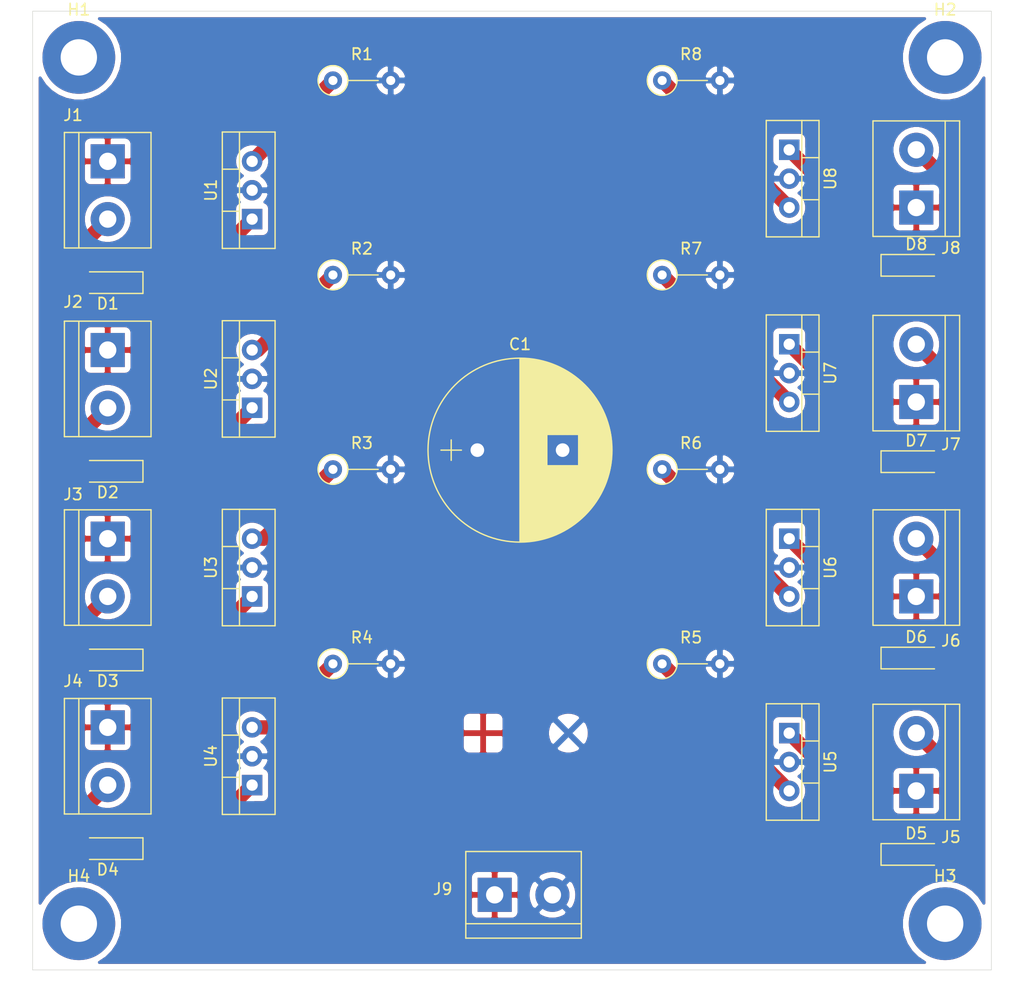
<source format=kicad_pcb>
(kicad_pcb (version 20171130) (host pcbnew "(5.1.7)-1")
  (layers (0 F.Cu signal) (31 B.Cu signal) (34 B.Paste user) (35 F.Paste user) (36 B.SilkS user) (37 F.SilkS user) (38 B.Mask user) (39 F.Mask user) (44 Edge.Cuts user))
  (net 0 "")
  (net 1 GND)
  (net 2 +48V)
  (net 3 /String1)
  (net 4 /String2)
  (net 5 /String3)
  (net 6 /String4)
  (net 7 /String5)
  (net 8 /String6)
  (net 9 /String7)
  (net 10 /String8)
  (net 11 "Net-(D1-Pad1)")
  (net 12 "Net-(D2-Pad1)")
  (net 13 "Net-(D3-Pad1)")
  (net 14 "Net-(D4-Pad1)")
  (net 15 "Net-(D5-Pad1)")
  (net 16 "Net-(D6-Pad1)")
  (net 17 "Net-(D7-Pad1)")
  (net 18 "Net-(D8-Pad1)")
  (net 19 "Net-(R1-Pad1)")
  (net 20 "Net-(R2-Pad1)")
  (net 21 "Net-(R3-Pad1)")
  (net 22 "Net-(R4-Pad1)")
  (net 23 "Net-(R5-Pad1)")
  (net 24 "Net-(R6-Pad1)")
  (net 25 "Net-(R7-Pad1)")
  (net 26 "Net-(R8-Pad1)")
  (module Mounting_Holes:MountingHole_3.2mm_M3_Pad (layer F.Cu) (at 76.2 76.2)
    (fp_text reference H1 (at 0 -4.2) (layer F.SilkS))
    (fp_text value MountingHole_Pad)
    (pad 1 thru_hole circle (at 0 0) (size 6.4 6.4) (drill 3.2) (layers *.Cu *.Mask))
  )
  (module Mounting_Holes:MountingHole_3.2mm_M3_Pad (layer F.Cu) (at 152.4 76.2)
    (fp_text reference H2 (at 0 -4.2) (layer F.SilkS))
    (fp_text value MountingHole_Pad)
    (pad 1 thru_hole circle (at 0 0) (size 6.4 6.4) (drill 3.2) (layers *.Cu *.Mask))
  )
  (module Mounting_Holes:MountingHole_3.2mm_M3_Pad (layer F.Cu) (at 152.4 152.4)
    (fp_text reference H3 (at 0 -4.2) (layer F.SilkS))
    (fp_text value MountingHole_Pad)
    (pad 1 thru_hole circle (at 0 0) (size 6.4 6.4) (drill 3.2) (layers *.Cu *.Mask))
  )
  (module Mounting_Holes:MountingHole_3.2mm_M3_Pad (layer F.Cu) (at 76.2 152.4)
    (fp_text reference H4 (at 0 -4.2) (layer F.SilkS))
    (fp_text value MountingHole_Pad)
    (pad 1 thru_hole circle (at 0 0) (size 6.4 6.4) (drill 3.2) (layers *.Cu *.Mask))
  )
  (module Connectors_Terminal_Blocks:TerminalBlock_bornier-2_P5.08mm (layer F.Cu) (at 112.776 149.86)
    (fp_text reference J9 (at -4.572 -0.508) (layer F.SilkS))
    (fp_text value Screw_Terminal_01x02)
    (pad 2 thru_hole circle (at 5.08 0) (size 3 3) (drill 1.52) (layers *.Cu *.Mask) (net 1 GND))
    (pad 1 thru_hole rect (at 0 0) (size 3 3) (drill 1.52) (layers *.Cu *.Mask) (net 2 +48V))
  )
  (module Connectors_Terminal_Blocks:TerminalBlock_bornier-2_P5.08mm (layer F.Cu) (at 78.74 85.344 270)
    (fp_text reference J1 (at -4.064 3.048 180) (layer F.SilkS))
    (fp_text value Screw_Terminal_01x02)
    (pad 1 thru_hole rect (at 0 0 270) (size 3 3) (drill 1.52) (layers *.Cu *.Mask) (net 2 +48V))
    (pad 2 thru_hole circle (at 5.08 0 270) (size 3 3) (drill 1.52) (layers *.Cu *.Mask) (net 3 /String1))
  )
  (module Connectors_Terminal_Blocks:TerminalBlock_bornier-2_P5.08mm (layer F.Cu) (at 78.74 101.938666 270)
    (fp_text reference J2 (at -4.233334 3.048 180) (layer F.SilkS))
    (fp_text value Screw_Terminal_01x02)
    (pad 2 thru_hole circle (at 5.08 0 270) (size 3 3) (drill 1.52) (layers *.Cu *.Mask) (net 4 /String2))
    (pad 1 thru_hole rect (at 0 0 270) (size 3 3) (drill 1.52) (layers *.Cu *.Mask) (net 2 +48V))
  )
  (module Connectors_Terminal_Blocks:TerminalBlock_bornier-2_P5.08mm (layer F.Cu) (at 78.74 118.533332 270)
    (fp_text reference J3 (at -3.894668 3.048 180) (layer F.SilkS))
    (fp_text value Screw_Terminal_01x02)
    (pad 1 thru_hole rect (at 0 0 270) (size 3 3) (drill 1.52) (layers *.Cu *.Mask) (net 2 +48V))
    (pad 2 thru_hole circle (at 5.08 0 270) (size 3 3) (drill 1.52) (layers *.Cu *.Mask) (net 5 /String3))
  )
  (module Connectors_Terminal_Blocks:TerminalBlock_bornier-2_P5.08mm (layer F.Cu) (at 78.74 135.128 270)
    (fp_text reference J4 (at -4.064 3.048) (layer F.SilkS))
    (fp_text value Screw_Terminal_01x02)
    (pad 2 thru_hole circle (at 5.08 0 270) (size 3 3) (drill 1.52) (layers *.Cu *.Mask) (net 6 /String4))
    (pad 1 thru_hole rect (at 0 0 270) (size 3 3) (drill 1.52) (layers *.Cu *.Mask) (net 2 +48V))
  )
  (module Connectors_Terminal_Blocks:TerminalBlock_bornier-2_P5.08mm (layer F.Cu) (at 149.86 140.716 90)
    (fp_text reference J5 (at -4.064 3.048 180) (layer F.SilkS))
    (fp_text value Screw_Terminal_01x02)
    (pad 1 thru_hole rect (at 0 0 90) (size 3 3) (drill 1.52) (layers *.Cu *.Mask) (net 2 +48V))
    (pad 2 thru_hole circle (at 5.08 0 90) (size 3 3) (drill 1.52) (layers *.Cu *.Mask) (net 7 /String5))
  )
  (module Connectors_Terminal_Blocks:TerminalBlock_bornier-2_P5.08mm (layer F.Cu) (at 149.86 123.613332 90)
    (fp_text reference J6 (at -3.894666 3.048 180) (layer F.SilkS))
    (fp_text value Screw_Terminal_01x02)
    (pad 2 thru_hole circle (at 5.08 0 90) (size 3 3) (drill 1.52) (layers *.Cu *.Mask) (net 8 /String6))
    (pad 1 thru_hole rect (at 0 0 90) (size 3 3) (drill 1.52) (layers *.Cu *.Mask) (net 2 +48V))
  )
  (module Connectors_Terminal_Blocks:TerminalBlock_bornier-2_P5.08mm (layer F.Cu) (at 149.86 106.510666 90)
    (fp_text reference J7 (at -3.725333 3.048 180) (layer F.SilkS))
    (fp_text value Screw_Terminal_01x02)
    (pad 1 thru_hole rect (at 0 0 90) (size 3 3) (drill 1.52) (layers *.Cu *.Mask) (net 2 +48V))
    (pad 2 thru_hole circle (at 5.08 0 90) (size 3 3) (drill 1.52) (layers *.Cu *.Mask) (net 9 /String7))
  )
  (module Connectors_Terminal_Blocks:TerminalBlock_bornier-2_P5.08mm (layer F.Cu) (at 149.86 89.408 90)
    (fp_text reference J8 (at -3.556 3.048 180) (layer F.SilkS))
    (fp_text value Screw_Terminal_01x02)
    (pad 2 thru_hole circle (at 5.08 0 90) (size 3 3) (drill 1.52) (layers *.Cu *.Mask) (net 10 /String8))
    (pad 1 thru_hole rect (at 0 0 90) (size 3 3) (drill 1.52) (layers *.Cu *.Mask) (net 2 +48V))
  )
  (module Capacitors_THT:CP_Radial_D16.0mm_P7.50mm (layer F.Cu) (at 111.252 110.744)
    (fp_text reference C1 (at 3.75 -9.31) (layer F.SilkS))
    (fp_text value Lots)
    (pad 2 thru_hole circle (at 7.5 0) (size 2.4 2.4) (drill 1.2) (layers *.Cu *.Mask) (net 1 GND))
    (pad 1 thru_hole rect (at 0 0) (size 2.4 2.4) (drill 1.2) (layers *.Cu *.Mask) (net 2 +48V))
  )
  (module LEDs:LED_1206_HandSoldering (layer F.Cu) (at 78.74 96.012 180)
    (fp_text reference D1 (at 0 -1.85) (layer F.SilkS))
    (fp_text value LED_Small)
    (pad 2 smd rect (at 2 0 180) (size 2 1.7) (layers F.Cu F.Paste F.Mask) (net 3 /String1))
    (pad 1 smd rect (at -2 0 180) (size 2 1.7) (layers F.Cu F.Paste F.Mask) (net 11 "Net-(D1-Pad1)"))
  )
  (module LEDs:LED_1206_HandSoldering (layer F.Cu) (at 78.74 112.606666 180)
    (fp_text reference D2 (at 0 -1.85) (layer F.SilkS))
    (fp_text value LED_Small)
    (pad 1 smd rect (at -2 0 180) (size 2 1.7) (layers F.Cu F.Paste F.Mask) (net 12 "Net-(D2-Pad1)"))
    (pad 2 smd rect (at 2 0 180) (size 2 1.7) (layers F.Cu F.Paste F.Mask) (net 4 /String2))
  )
  (module LEDs:LED_1206_HandSoldering (layer F.Cu) (at 78.74 129.201332 180)
    (fp_text reference D3 (at 0 -1.85) (layer F.SilkS))
    (fp_text value LED_Small)
    (pad 2 smd rect (at 2 0 180) (size 2 1.7) (layers F.Cu F.Paste F.Mask) (net 5 /String3))
    (pad 1 smd rect (at -2 0 180) (size 2 1.7) (layers F.Cu F.Paste F.Mask) (net 13 "Net-(D3-Pad1)"))
  )
  (module LEDs:LED_1206_HandSoldering (layer F.Cu) (at 78.74 145.796 180)
    (fp_text reference D4 (at 0 -1.85) (layer F.SilkS))
    (fp_text value LED_Small)
    (pad 1 smd rect (at -2 0 180) (size 2 1.7) (layers F.Cu F.Paste F.Mask) (net 14 "Net-(D4-Pad1)"))
    (pad 2 smd rect (at 2 0 180) (size 2 1.7) (layers F.Cu F.Paste F.Mask) (net 6 /String4))
  )
  (module LEDs:LED_1206_HandSoldering (layer F.Cu) (at 149.86 146.304)
    (fp_text reference D5 (at 0 -1.85) (layer F.SilkS))
    (fp_text value LED_Small)
    (pad 1 smd rect (at -2 0) (size 2 1.7) (layers F.Cu F.Paste F.Mask) (net 15 "Net-(D5-Pad1)"))
    (pad 2 smd rect (at 2 0) (size 2 1.7) (layers F.Cu F.Paste F.Mask) (net 7 /String5))
  )
  (module LEDs:LED_1206_HandSoldering (layer F.Cu) (at 149.86 129.032)
    (fp_text reference D6 (at 0 -1.85) (layer F.SilkS))
    (fp_text value LED_Small)
    (pad 1 smd rect (at -2 0) (size 2 1.7) (layers F.Cu F.Paste F.Mask) (net 16 "Net-(D6-Pad1)"))
    (pad 2 smd rect (at 2 0) (size 2 1.7) (layers F.Cu F.Paste F.Mask) (net 8 /String6))
  )
  (module LEDs:LED_1206_HandSoldering (layer F.Cu) (at 149.86 111.76)
    (fp_text reference D7 (at 0 -1.85) (layer F.SilkS))
    (fp_text value LED_Small)
    (pad 2 smd rect (at 2 0) (size 2 1.7) (layers F.Cu F.Paste F.Mask) (net 9 /String7))
    (pad 1 smd rect (at -2 0) (size 2 1.7) (layers F.Cu F.Paste F.Mask) (net 17 "Net-(D7-Pad1)"))
  )
  (module LEDs:LED_1206_HandSoldering (layer F.Cu) (at 149.86 94.488)
    (fp_text reference D8 (at 0 -1.85) (layer F.SilkS))
    (fp_text value LED_Small)
    (pad 2 smd rect (at 2 0) (size 2 1.7) (layers F.Cu F.Paste F.Mask) (net 10 /String8))
    (pad 1 smd rect (at -2 0) (size 2 1.7) (layers F.Cu F.Paste F.Mask) (net 18 "Net-(D8-Pad1)"))
  )
  (module Resistors_THT:R_Axial_DIN0207_L6.3mm_D2.5mm_P5.08mm_Vertical (layer F.Cu) (at 98.552 78.232)
    (fp_text reference R1 (at 2.54 -2.31) (layer F.SilkS))
    (fp_text value 250)
    (pad 1 thru_hole circle (at 0 0) (size 1.6 1.6) (drill 0.8) (layers *.Cu *.Mask) (net 19 "Net-(R1-Pad1)"))
    (pad 2 thru_hole oval (at 5.08 0) (size 1.6 1.6) (drill 0.8) (layers *.Cu *.Mask) (net 1 GND))
  )
  (module Resistors_THT:R_Axial_DIN0207_L6.3mm_D2.5mm_P5.08mm_Vertical (layer F.Cu) (at 98.552 95.334666)
    (fp_text reference R2 (at 2.54 -2.31) (layer F.SilkS))
    (fp_text value 250)
    (pad 2 thru_hole oval (at 5.08 0) (size 1.6 1.6) (drill 0.8) (layers *.Cu *.Mask) (net 1 GND))
    (pad 1 thru_hole circle (at 0 0) (size 1.6 1.6) (drill 0.8) (layers *.Cu *.Mask) (net 20 "Net-(R2-Pad1)"))
  )
  (module Resistors_THT:R_Axial_DIN0207_L6.3mm_D2.5mm_P5.08mm_Vertical (layer F.Cu) (at 98.552 112.437332)
    (fp_text reference R3 (at 2.54 -2.31) (layer F.SilkS))
    (fp_text value 250)
    (pad 1 thru_hole circle (at 0 0) (size 1.6 1.6) (drill 0.8) (layers *.Cu *.Mask) (net 21 "Net-(R3-Pad1)"))
    (pad 2 thru_hole oval (at 5.08 0) (size 1.6 1.6) (drill 0.8) (layers *.Cu *.Mask) (net 1 GND))
  )
  (module Resistors_THT:R_Axial_DIN0207_L6.3mm_D2.5mm_P5.08mm_Vertical (layer F.Cu) (at 98.552 129.54)
    (fp_text reference R4 (at 2.54 -2.31) (layer F.SilkS))
    (fp_text value 250)
    (pad 2 thru_hole oval (at 5.08 0) (size 1.6 1.6) (drill 0.8) (layers *.Cu *.Mask) (net 1 GND))
    (pad 1 thru_hole circle (at 0 0) (size 1.6 1.6) (drill 0.8) (layers *.Cu *.Mask) (net 22 "Net-(R4-Pad1)"))
  )
  (module Resistors_THT:R_Axial_DIN0207_L6.3mm_D2.5mm_P5.08mm_Vertical (layer F.Cu) (at 127.508 129.54)
    (fp_text reference R5 (at 2.54 -2.31) (layer F.SilkS))
    (fp_text value 250)
    (pad 1 thru_hole circle (at 0 0) (size 1.6 1.6) (drill 0.8) (layers *.Cu *.Mask) (net 23 "Net-(R5-Pad1)"))
    (pad 2 thru_hole oval (at 5.08 0) (size 1.6 1.6) (drill 0.8) (layers *.Cu *.Mask) (net 1 GND))
  )
  (module Resistors_THT:R_Axial_DIN0207_L6.3mm_D2.5mm_P5.08mm_Vertical (layer F.Cu) (at 127.508 112.437332)
    (fp_text reference R6 (at 2.54 -2.31) (layer F.SilkS))
    (fp_text value 250)
    (pad 2 thru_hole oval (at 5.08 0) (size 1.6 1.6) (drill 0.8) (layers *.Cu *.Mask) (net 1 GND))
    (pad 1 thru_hole circle (at 0 0) (size 1.6 1.6) (drill 0.8) (layers *.Cu *.Mask) (net 24 "Net-(R6-Pad1)"))
  )
  (module Resistors_THT:R_Axial_DIN0207_L6.3mm_D2.5mm_P5.08mm_Vertical (layer F.Cu) (at 127.508 95.334666)
    (fp_text reference R7 (at 2.54 -2.31) (layer F.SilkS))
    (fp_text value 250)
    (pad 1 thru_hole circle (at 0 0) (size 1.6 1.6) (drill 0.8) (layers *.Cu *.Mask) (net 25 "Net-(R7-Pad1)"))
    (pad 2 thru_hole oval (at 5.08 0) (size 1.6 1.6) (drill 0.8) (layers *.Cu *.Mask) (net 1 GND))
  )
  (module Resistors_THT:R_Axial_DIN0207_L6.3mm_D2.5mm_P5.08mm_Vertical (layer F.Cu) (at 127.508 78.232)
    (fp_text reference R8 (at 2.54 -2.31) (layer F.SilkS))
    (fp_text value 250)
    (pad 2 thru_hole oval (at 5.08 0) (size 1.6 1.6) (drill 0.8) (layers *.Cu *.Mask) (net 1 GND))
    (pad 1 thru_hole circle (at 0 0) (size 1.6 1.6) (drill 0.8) (layers *.Cu *.Mask) (net 26 "Net-(R8-Pad1)"))
  )
  (module TO_SOT_Packages_THT:TO-220-3_Vertical (layer F.Cu) (at 91.44 90.424 90)
    (fp_text reference U1 (at 2.54 -3.62 90) (layer F.SilkS))
    (fp_text value LM7809_TO220)
    (pad 1 thru_hole rect (at 0 0 90) (size 1.8 1.8) (drill 1) (layers *.Cu *.Mask) (net 11 "Net-(D1-Pad1)"))
    (pad 2 thru_hole oval (at 2.54 0 90) (size 1.8 1.8) (drill 1) (layers *.Cu *.Mask) (net 1 GND))
    (pad 3 thru_hole oval (at 5.08 0 90) (size 1.8 1.8) (drill 1) (layers *.Cu *.Mask) (net 19 "Net-(R1-Pad1)"))
  )
  (module TO_SOT_Packages_THT:TO-220-3_Vertical (layer F.Cu) (at 91.44 107.018666 90)
    (fp_text reference U2 (at 2.54 -3.62 90) (layer F.SilkS))
    (fp_text value LM7809_TO220)
    (pad 3 thru_hole oval (at 5.08 0 90) (size 1.8 1.8) (drill 1) (layers *.Cu *.Mask) (net 20 "Net-(R2-Pad1)"))
    (pad 2 thru_hole oval (at 2.54 0 90) (size 1.8 1.8) (drill 1) (layers *.Cu *.Mask) (net 1 GND))
    (pad 1 thru_hole rect (at 0 0 90) (size 1.8 1.8) (drill 1) (layers *.Cu *.Mask) (net 12 "Net-(D2-Pad1)"))
  )
  (module TO_SOT_Packages_THT:TO-220-3_Vertical (layer F.Cu) (at 91.44 123.613332 90)
    (fp_text reference U3 (at 2.54 -3.62 90) (layer F.SilkS))
    (fp_text value LM7809_TO220)
    (pad 1 thru_hole rect (at 0 0 90) (size 1.8 1.8) (drill 1) (layers *.Cu *.Mask) (net 13 "Net-(D3-Pad1)"))
    (pad 2 thru_hole oval (at 2.54 0 90) (size 1.8 1.8) (drill 1) (layers *.Cu *.Mask) (net 1 GND))
    (pad 3 thru_hole oval (at 5.08 0 90) (size 1.8 1.8) (drill 1) (layers *.Cu *.Mask) (net 21 "Net-(R3-Pad1)"))
  )
  (module TO_SOT_Packages_THT:TO-220-3_Vertical (layer F.Cu) (at 91.44 140.208 90)
    (fp_text reference U4 (at 2.54 -3.62 90) (layer F.SilkS))
    (fp_text value LM7809_TO220)
    (pad 1 thru_hole rect (at 0 0 90) (size 1.8 1.8) (drill 1) (layers *.Cu *.Mask) (net 14 "Net-(D4-Pad1)"))
    (pad 2 thru_hole oval (at 2.54 0 90) (size 1.8 1.8) (drill 1) (layers *.Cu *.Mask) (net 1 GND))
    (pad 3 thru_hole oval (at 5.08 0 90) (size 1.8 1.8) (drill 1) (layers *.Cu *.Mask) (net 22 "Net-(R4-Pad1)"))
  )
  (module TO_SOT_Packages_THT:TO-220-3_Vertical (layer F.Cu) (at 138.684 135.636 270)
    (fp_text reference U5 (at 2.54 -3.62 90) (layer F.SilkS))
    (fp_text value LM7809_TO220)
    (pad 1 thru_hole rect (at 0 0 270) (size 1.8 1.8) (drill 1) (layers *.Cu *.Mask) (net 15 "Net-(D5-Pad1)"))
    (pad 2 thru_hole oval (at 2.54 0 270) (size 1.8 1.8) (drill 1) (layers *.Cu *.Mask) (net 1 GND))
    (pad 3 thru_hole oval (at 5.08 0 270) (size 1.8 1.8) (drill 1) (layers *.Cu *.Mask) (net 23 "Net-(R5-Pad1)"))
  )
  (module TO_SOT_Packages_THT:TO-220-3_Vertical (layer F.Cu) (at 138.684 118.533332 270)
    (fp_text reference U6 (at 2.54 -3.62 90) (layer F.SilkS))
    (fp_text value LM7809_TO220)
    (pad 3 thru_hole oval (at 5.08 0 270) (size 1.8 1.8) (drill 1) (layers *.Cu *.Mask) (net 24 "Net-(R6-Pad1)"))
    (pad 2 thru_hole oval (at 2.54 0 270) (size 1.8 1.8) (drill 1) (layers *.Cu *.Mask) (net 1 GND))
    (pad 1 thru_hole rect (at 0 0 270) (size 1.8 1.8) (drill 1) (layers *.Cu *.Mask) (net 16 "Net-(D6-Pad1)"))
  )
  (module TO_SOT_Packages_THT:TO-220-3_Vertical (layer F.Cu) (at 138.684 101.430666 270)
    (fp_text reference U7 (at 2.54 -3.62 90) (layer F.SilkS))
    (fp_text value LM7809_TO220)
    (pad 3 thru_hole oval (at 5.08 0 270) (size 1.8 1.8) (drill 1) (layers *.Cu *.Mask) (net 25 "Net-(R7-Pad1)"))
    (pad 2 thru_hole oval (at 2.54 0 270) (size 1.8 1.8) (drill 1) (layers *.Cu *.Mask) (net 1 GND))
    (pad 1 thru_hole rect (at 0 0 270) (size 1.8 1.8) (drill 1) (layers *.Cu *.Mask) (net 17 "Net-(D7-Pad1)"))
  )
  (module TO_SOT_Packages_THT:TO-220-3_Vertical (layer F.Cu) (at 138.684 84.328 270)
    (fp_text reference U8 (at 2.54 -3.62 90) (layer F.SilkS))
    (fp_text value LM7809_TO220)
    (pad 3 thru_hole oval (at 5.08 0 270) (size 1.8 1.8) (drill 1) (layers *.Cu *.Mask) (net 26 "Net-(R8-Pad1)"))
    (pad 2 thru_hole oval (at 2.54 0 270) (size 1.8 1.8) (drill 1) (layers *.Cu *.Mask) (net 1 GND))
    (pad 1 thru_hole rect (at 0 0 270) (size 1.8 1.8) (drill 1) (layers *.Cu *.Mask) (net 18 "Net-(D8-Pad1)"))
  )
  (gr_line (start 72.136 156.464) (end 72.136 72.136) (layer Edge.Cuts) (width 0.05))
  (gr_line (start 156.464 156.464) (end 72.136 156.464) (layer Edge.Cuts) (width 0.05))
  (gr_line (start 156.464 72.136) (end 156.464 156.464) (layer Edge.Cuts) (width 0.05))
  (gr_line (start 72.136 72.136) (end 156.464 72.136) (layer Edge.Cuts) (width 0.05))
  (segment (start 76.74 92.424) (end 78.74 90.424) (width 1.25) (layer F.Cu) (net 3))
  (segment (start 76.74 96.012) (end 76.74 92.424) (width 1.25) (layer F.Cu) (net 3))
  (segment (start 76.74 109.018666) (end 78.74 107.018666) (width 1.25) (layer F.Cu) (net 4))
  (segment (start 76.74 112.606666) (end 76.74 109.018666) (width 1.25) (layer F.Cu) (net 4))
  (segment (start 76.74 125.613332) (end 78.74 123.613332) (width 1.25) (layer F.Cu) (net 5))
  (segment (start 76.74 129.201332) (end 76.74 125.613332) (width 1.25) (layer F.Cu) (net 5))
  (segment (start 76.74 142.208) (end 78.74 140.208) (width 1.25) (layer F.Cu) (net 6))
  (segment (start 76.74 145.796) (end 76.74 142.208) (width 1.25) (layer F.Cu) (net 6))
  (segment (start 153.416 139.192) (end 149.86 135.636) (width 1.25) (layer F.Cu) (net 7))
  (segment (start 153.416 144.78) (end 153.416 139.192) (width 1.25) (layer F.Cu) (net 7))
  (segment (start 151.892 146.304) (end 153.416 144.78) (width 1.25) (layer F.Cu) (net 7))
  (segment (start 151.86 146.304) (end 151.892 146.304) (width 1) (layer F.Cu) (net 7))
  (segment (start 151.86 129.032) (end 151.892 129.032) (width 1) (layer F.Cu) (net 8))
  (segment (start 151.892 129.032) (end 153.924 127) (width 1.25) (layer F.Cu) (net 8))
  (segment (start 153.924 122.597332) (end 149.86 118.533332) (width 1.25) (layer F.Cu) (net 8))
  (segment (start 153.924 127) (end 153.924 122.597332) (width 1.25) (layer F.Cu) (net 8))
  (segment (start 151.86 111.76) (end 151.892 111.76) (width 1) (layer F.Cu) (net 9))
  (segment (start 151.892 111.76) (end 153.924 109.728) (width 1.25) (layer F.Cu) (net 9))
  (segment (start 153.924 105.494666) (end 149.86 101.430666) (width 1.25) (layer F.Cu) (net 9))
  (segment (start 153.924 109.728) (end 153.924 105.494666) (width 1.25) (layer F.Cu) (net 9))
  (segment (start 151.86 94.488) (end 151.892 94.488) (width 1) (layer F.Cu) (net 10))
  (segment (start 151.892 94.488) (end 153.924 92.456) (width 1.25) (layer F.Cu) (net 10))
  (segment (start 153.924 88.392) (end 149.86 84.328) (width 1.25) (layer F.Cu) (net 10))
  (segment (start 153.924 92.456) (end 153.924 88.392) (width 1.25) (layer F.Cu) (net 10))
  (segment (start 85.852 96.012) (end 91.44 90.424) (width 1.25) (layer F.Cu) (net 11))
  (segment (start 80.74 96.012) (end 85.852 96.012) (width 1.25) (layer F.Cu) (net 11))
  (segment (start 85.852 112.606666) (end 91.44 107.018666) (width 1.25) (layer F.Cu) (net 12))
  (segment (start 80.74 112.606666) (end 85.852 112.606666) (width 1.25) (layer F.Cu) (net 12))
  (segment (start 85.852 129.201332) (end 91.44 123.613332) (width 1.25) (layer F.Cu) (net 13))
  (segment (start 80.74 129.201332) (end 85.852 129.201332) (width 1.25) (layer F.Cu) (net 13))
  (segment (start 85.852 145.796) (end 91.44 140.208) (width 1.25) (layer F.Cu) (net 14))
  (segment (start 80.74 145.796) (end 85.852 145.796) (width 1.25) (layer F.Cu) (net 14))
  (segment (start 147.86 144.812) (end 138.684 135.636) (width 1.25) (layer F.Cu) (net 15))
  (segment (start 147.86 146.304) (end 147.86 144.812) (width 1.25) (layer F.Cu) (net 15))
  (segment (start 147.86 127.709332) (end 147.86 129.032) (width 1.25) (layer F.Cu) (net 16))
  (segment (start 138.684 118.533332) (end 147.86 127.709332) (width 1.25) (layer F.Cu) (net 16))
  (segment (start 147.86 110.606666) (end 147.86 111.76) (width 1.25) (layer F.Cu) (net 17))
  (segment (start 138.684 101.430666) (end 147.86 110.606666) (width 1.25) (layer F.Cu) (net 17))
  (segment (start 147.86 93.504) (end 138.684 84.328) (width 1.25) (layer F.Cu) (net 18))
  (segment (start 147.86 94.488) (end 147.86 93.504) (width 1.25) (layer F.Cu) (net 18))
  (segment (start 91.44 85.344) (end 98.552 78.232) (width 1.25) (layer F.Cu) (net 19))
  (segment (start 91.948 101.938666) (end 98.552 95.334666) (width 1.25) (layer F.Cu) (net 20))
  (segment (start 91.44 101.938666) (end 91.948 101.938666) (width 1) (layer F.Cu) (net 20))
  (segment (start 92.456 118.533332) (end 98.552 112.437332) (width 1.25) (layer F.Cu) (net 21))
  (segment (start 91.44 118.533332) (end 92.456 118.533332) (width 1.25) (layer F.Cu) (net 21))
  (segment (start 92.964 135.128) (end 98.552 129.54) (width 1.25) (layer F.Cu) (net 22))
  (segment (start 91.44 135.128) (end 92.964 135.128) (width 1.25) (layer F.Cu) (net 22))
  (segment (start 127.508 129.54) (end 138.684 140.716) (width 1.25) (layer F.Cu) (net 23))
  (segment (start 127.508 112.437332) (end 138.684 123.613332) (width 1.25) (layer F.Cu) (net 24))
  (segment (start 127.508 95.334666) (end 138.684 106.510666) (width 1.25) (layer F.Cu) (net 25))
  (segment (start 127.508 78.232) (end 138.684 89.408) (width 1.25) (layer F.Cu) (net 26))
  (zone (net 1) (net_name GND) (layer B.Cu) (connect_pads (clearance 0.508)) (min_thickness 0.254) (fill yes (arc_segments 32) (thermal_gap 0.508) (thermal_bridge_width 0.508))
    (polygon (pts (xy 156.464 156.464) (xy 72.136 156.464) (xy 72.136 72.136) (xy 156.464 72.136)))
  )
  (zone (net 2) (net_name +48V) (layer F.Cu) (connect_pads (clearance 0.508)) (min_thickness 0.254) (fill yes (arc_segments 32) (thermal_gap 0.508) (thermal_bridge_width 0.508))
    (polygon (pts (xy 156.464 156.464) (xy 72.136 156.464) (xy 72.136 72.136) (xy 156.464 72.136)))
  )
)
</source>
